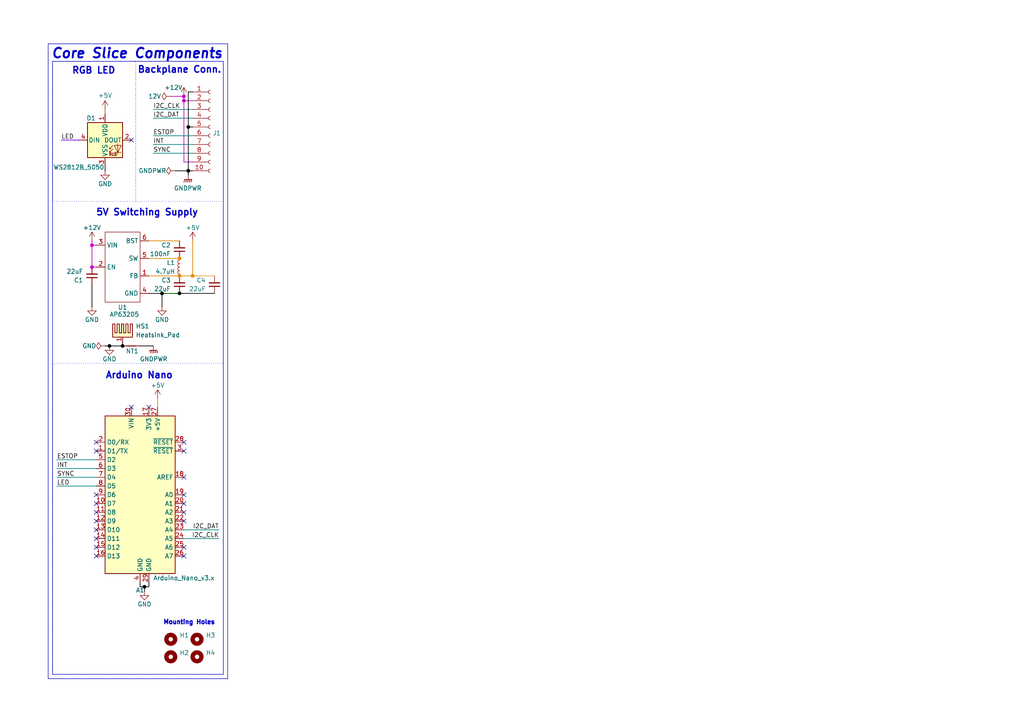
<source format=kicad_sch>
(kicad_sch (version 20250114) (generator "eeschema") (generator_version "9.0")
  (paper "A4")
  (lib_symbols
    (symbol "+12V_1" (power) (pin_numbers (hide yes)) (pin_names (offset 0) (hide yes))
      (property "Value" "+12V" (at 0 3.556 0))
      (symbol "+12V_1_0_1"
        (polyline (pts (xy -0.762 1.27) (xy 0 2.54)))
        (polyline (pts (xy 0 2.54) (xy 0.762 1.27)))
        (polyline (pts (xy 0 0) (xy 0 2.54)))
      )
      (symbol "+12V_1_1_1"
        (pin power_in line (at 0 0 90) (length 0) (name "~") (number "1"))
      )
    )
    (symbol "Connector:Conn_01x10_Female" (pin_names (offset 1.016) (hide yes))
      (property "Reference" "J" (at 0 12.7 0))
      (property "Value" "Conn_01x10_Female" (at 0 -15.24 0))
      (symbol "Conn_01x10_Female_1_1"
        (polyline (pts (xy -1.27 10.16) (xy -0.508 10.16)) (stroke (width 0.1524)))
        (polyline (pts (xy -1.27 7.62) (xy -0.508 7.62)) (stroke (width 0.1524)))
        (polyline (pts (xy -1.27 5.08) (xy -0.508 5.08)) (stroke (width 0.1524)))
        (polyline (pts (xy -1.27 2.54) (xy -0.508 2.54)) (stroke (width 0.1524)))
        (polyline (pts (xy -1.27 0) (xy -0.508 0)) (stroke (width 0.1524)))
        (polyline (pts (xy -1.27 -2.54) (xy -0.508 -2.54)) (stroke (width 0.1524)))
        (polyline (pts (xy -1.27 -5.08) (xy -0.508 -5.08)) (stroke (width 0.1524)))
        (polyline (pts (xy -1.27 -7.62) (xy -0.508 -7.62)) (stroke (width 0.1524)))
        (polyline (pts (xy -1.27 -10.16) (xy -0.508 -10.16)) (stroke (width 0.1524)))
        (polyline (pts (xy -1.27 -12.7) (xy -0.508 -12.7)) (stroke (width 0.1524)))
        (arc (start 0 9.652) (mid -0.5058 10.16) (end 0 10.668) (stroke (width 0.1524)))
        (arc (start 0 7.112) (mid -0.5058 7.62) (end 0 8.128) (stroke (width 0.1524)))
        (arc (start 0 4.572) (mid -0.5058 5.08) (end 0 5.588) (stroke (width 0.1524)))
        (arc (start 0 2.032) (mid -0.5058 2.54) (end 0 3.048) (stroke (width 0.1524)))
        (arc (start 0 -0.508) (mid -0.5058 0) (end 0 0.508) (stroke (width 0.1524)))
        (arc (start 0 -3.048) (mid -0.5058 -2.54) (end 0 -2.032) (stroke (width 0.1524)))
        (arc (start 0 -5.588) (mid -0.5058 -5.08) (end 0 -4.572) (stroke (width 0.1524)))
        (arc (start 0 -8.128) (mid -0.5058 -7.62) (end 0 -7.112) (stroke (width 0.1524)))
        (arc (start 0 -10.668) (mid -0.5058 -10.16) (end 0 -9.652) (stroke (width 0.1524)))
        (arc (start 0 -13.208) (mid -0.5058 -12.7) (end 0 -12.192) (stroke (width 0.1524)))
        (pin passive line (at -5.08 10.16 0) (length 3.81) (name "Pin_1") (number "1"))
        (pin passive line (at -5.08 7.62 0) (length 3.81) (name "Pin_2") (number "2"))
        (pin passive line (at -5.08 5.08 0) (length 3.81) (name "Pin_3") (number "3"))
        (pin passive line (at -5.08 2.54 0) (length 3.81) (name "Pin_4") (number "4"))
        (pin passive line (at -5.08 0 0) (length 3.81) (name "Pin_5") (number "5"))
        (pin passive line (at -5.08 -2.54 0) (length 3.81) (name "Pin_6") (number "6"))
        (pin passive line (at -5.08 -5.08 0) (length 3.81) (name "Pin_7") (number "7"))
        (pin passive line (at -5.08 -7.62 0) (length 3.81) (name "Pin_8") (number "8"))
        (pin passive line (at -5.08 -10.16 0) (length 3.81) (name "Pin_9") (number "9"))
        (pin passive line (at -5.08 -12.7 0) (length 3.81) (name "Pin_10") (number "10"))
      )
    )
    (symbol "Device:C_Small" (pin_numbers (hide yes)) (pin_names (offset 0.254) (hide yes))
      (property "Reference" "C" (at 0.254 1.778 0))
      (property "Value" "C_Small" (at 0.254 -2.032 0))
      (symbol "C_Small_0_1"
        (polyline (pts (xy -1.524 0.508) (xy 1.524 0.508)) (stroke (width 0.3048)))
        (polyline (pts (xy -1.524 -0.508) (xy 1.524 -0.508)) (stroke (width 0.3302)))
      )
      (symbol "C_Small_1_1"
        (pin passive line (at 0 2.54 270) (length 2.032) (name "~") (number "1"))
        (pin passive line (at 0 -2.54 90) (length 2.032) (name "~") (number "2"))
      )
    )
    (symbol "Device:L_Small" (pin_numbers (hide yes)) (pin_names (offset 0.254) (hide yes))
      (property "Reference" "L" (at 0.762 1.016 0))
      (property "Value" "L_Small" (at 0.762 -1.016 0))
      (symbol "L_Small_0_1"
        (arc (start 0 2.032) (mid 0.5058 1.524) (end 0 1.016))
        (arc (start 0 1.016) (mid 0.5058 0.508) (end 0 0))
        (arc (start 0 0) (mid 0.5058 -0.508) (end 0 -1.016))
        (arc (start 0 -1.016) (mid 0.5058 -1.524) (end 0 -2.032))
      )
      (symbol "L_Small_1_1"
        (pin passive line (at 0 2.54 270) (length 0.508) (name "~") (number "1"))
        (pin passive line (at 0 -2.54 90) (length 0.508) (name "~") (number "2"))
      )
    )
    (symbol "Device:NetTie_2" (pin_numbers (hide yes)) (pin_names (offset 0) (hide yes)) (in_bom no)
      (property "Reference" "NT" (at 0 1.27 0))
      (property "Value" "NetTie_2" (at 0 -1.27 0))
      (symbol "NetTie_2_0_1"
        (polyline (pts (xy -1.27 0) (xy 1.27 0)) (stroke (width 0.254)))
      )
      (symbol "NetTie_2_1_1"
        (pin passive line (at -2.54 0 0) (length 2.54) (name "1") (number "1"))
        (pin passive line (at 2.54 0 180) (length 2.54) (name "2") (number "2"))
      )
    )
    (symbol "MCU_Module:Arduino_Nano_v3.x"
      (property "Reference" "A" (at -10.16 23.495 0))
      (property "Value" "Arduino_Nano_v3.x" (at 5.08 -24.13 0))
      (symbol "Arduino_Nano_v3.x_0_1"
        (rectangle (start -10.16 22.86) (end 10.16 -22.86) (stroke (width 0.254)) (fill (type background)))
      )
      (symbol "Arduino_Nano_v3.x_1_1"
        (pin bidirectional line (at -12.7 15.24 0) (length 2.54) (name "D0/RX") (number "2"))
        (pin bidirectional line (at -12.7 12.7 0) (length 2.54) (name "D1/TX") (number "1"))
        (pin bidirectional line (at -12.7 10.16 0) (length 2.54) (name "D2") (number "5"))
        (pin bidirectional line (at -12.7 7.62 0) (length 2.54) (name "D3") (number "6"))
        (pin bidirectional line (at -12.7 5.08 0) (length 2.54) (name "D4") (number "7"))
        (pin bidirectional line (at -12.7 2.54 0) (length 2.54) (name "D5") (number "8"))
        (pin bidirectional line (at -12.7 0 0) (length 2.54) (name "D6") (number "9"))
        (pin bidirectional line (at -12.7 -2.54 0) (length 2.54) (name "D7") (number "10"))
        (pin bidirectional line (at -12.7 -5.08 0) (length 2.54) (name "D8") (number "11"))
        (pin bidirectional line (at -12.7 -7.62 0) (length 2.54) (name "D9") (number "12"))
        (pin bidirectional line (at -12.7 -10.16 0) (length 2.54) (name "D10") (number "13"))
        (pin bidirectional line (at -12.7 -12.7 0) (length 2.54) (name "D11") (number "14"))
        (pin bidirectional line (at -12.7 -15.24 0) (length 2.54) (name "D12") (number "15"))
        (pin bidirectional line (at -12.7 -17.78 0) (length 2.54) (name "D13") (number "16"))
        (pin power_in line (at -2.54 25.4 270) (length 2.54) (name "VIN") (number "30"))
        (pin power_in line (at 0 -25.4 90) (length 2.54) (name "GND") (number "4"))
        (pin power_out line (at 2.54 25.4 270) (length 2.54) (name "3V3") (number "17"))
        (pin power_in line (at 2.54 -25.4 90) (length 2.54) (name "GND") (number "29"))
        (pin power_out line (at 5.08 25.4 270) (length 2.54) (name "+5V") (number "27"))
        (pin input line (at 12.7 15.24 180) (length 2.54) (name "~{RESET}") (number "28"))
        (pin input line (at 12.7 12.7 180) (length 2.54) (name "~{RESET}") (number "3"))
        (pin input line (at 12.7 5.08 180) (length 2.54) (name "AREF") (number "18"))
        (pin bidirectional line (at 12.7 0 180) (length 2.54) (name "A0") (number "19"))
        (pin bidirectional line (at 12.7 -2.54 180) (length 2.54) (name "A1") (number "20"))
        (pin bidirectional line (at 12.7 -5.08 180) (length 2.54) (name "A2") (number "21"))
        (pin bidirectional line (at 12.7 -7.62 180) (length 2.54) (name "A3") (number "22"))
        (pin bidirectional line (at 12.7 -10.16 180) (length 2.54) (name "A4") (number "23"))
        (pin bidirectional line (at 12.7 -12.7 180) (length 2.54) (name "A5") (number "24"))
        (pin bidirectional line (at 12.7 -15.24 180) (length 2.54) (name "A6") (number "25"))
        (pin bidirectional line (at 12.7 -17.78 180) (length 2.54) (name "A7") (number "26"))
      )
    )
    (symbol "Mechanical:Heatsink_Pad" (pin_names (offset 0))
      (property "Reference" "HS" (at 0 5.715 0))
      (property "Value" "Heatsink_Pad" (at 0 3.81 0))
      (symbol "Heatsink_Pad_0_1"
        (polyline (pts (xy -0.3302 0) (xy -0.9652 0) (xy -0.9652 2.54) (xy -1.6002 2.54) (xy -1.6002 0) (xy -2.2352 0) (xy -2.2352 2.54) (xy -2.8702 2.54) (xy -2.8702 -1.27) (xy -0.9652 -1.27)) (stroke (width 0.254)) (fill (type background)))
        (polyline (pts (xy -0.3302 0) (xy -0.3302 2.54) (xy 0.3048 2.54) (xy 0.3048 0) (xy 0.9398 0) (xy 0.9398 2.54) (xy 1.5748 2.54) (xy 1.5748 0) (xy 2.2098 0) (xy 2.2098 2.54) (xy 2.8448 2.54) (xy 2.8448 -1.27) (xy -0.9652 -1.27)) (stroke (width 0.254)) (fill (type background)))
      )
      (symbol "Heatsink_Pad_1_1"
        (pin passive line (at 0 -2.54 90) (length 1.27) (name "~") (number "1"))
      )
    )
    (symbol "Mechanical:MountingHole" (pin_names (offset 1.016))
      (property "Reference" "H" (at 0 5.08 0))
      (property "Value" "MountingHole" (at 0 3.175 0))
      (symbol "MountingHole_0_1"
        (circle (center 0 0) (radius 1.27) (stroke (width 1.27)))
      )
    )
    (symbol "SparkFun-DiscreteSemi:AP63205"
      (property "Reference" "U" (at 0 7.62 0))
      (symbol "AP63205_0_1"
        (rectangle (start -5.08 6.35) (end 5.08 -13.97))
      )
      (symbol "AP63205_1_1"
        (pin input line (at -7.62 2.54 0) (length 2.54) (name "VIN") (number "3"))
        (pin input line (at -7.62 -3.81 0) (length 2.54) (name "EN") (number "2"))
        (pin input line (at 7.62 3.81 180) (length 2.54) (name "BST") (number "6"))
        (pin input line (at 7.62 -1.27 180) (length 2.54) (name "SW") (number "5"))
        (pin input line (at 7.62 -6.35 180) (length 2.54) (name "FB") (number "1"))
        (pin input line (at 7.62 -11.43 180) (length 2.54) (name "GND") (number "4"))
      )
    )
    (symbol "WS2812B_5050_1" (pin_names (offset 0.254))
      (property "Reference" "D" (at 5.08 5.715 0))
      (property "Value" "WS2812B_5050" (at 1.27 -5.715 0))
      (symbol "WS2812B_5050_1_0_0"
        (text "RGB" (at 2.286 -4.191 0) (effects (font (size 0.762 0.762))))
      )
      (symbol "WS2812B_5050_1_0_1"
        (polyline (pts (xy 1.27 -2.54) (xy 1.778 -2.54)))
        (polyline (pts (xy 1.27 -3.556) (xy 1.778 -3.556)))
        (polyline (pts (xy 2.286 -1.524) (xy 1.27 -2.54) (xy 1.27 -2.032)))
        (polyline (pts (xy 2.286 -2.54) (xy 1.27 -3.556) (xy 1.27 -3.048)))
        (polyline (pts (xy 3.683 -1.016) (xy 3.683 -3.556) (xy 3.683 -4.064)))
        (polyline (pts (xy 4.699 -1.524) (xy 2.667 -1.524) (xy 3.683 -3.556) (xy 4.699 -1.524)))
        (polyline (pts (xy 4.699 -3.556) (xy 2.667 -3.556)))
        (rectangle (start 5.08 5.08) (end -5.08 -5.08) (stroke (width 0.254)) (fill (type background)))
      )
      (symbol "WS2812B_5050_1_1_1"
        (pin input line (at -7.62 0 0) (length 2.54) (name "DIN") (number "4"))
        (pin power_in line (at 0 7.62 270) (length 2.54) (name "VDD") (number "1"))
        (pin power_in line (at 0 -7.62 90) (length 2.54) (name "VSS") (number "3"))
        (pin output line (at 7.62 0 180) (length 2.54) (name "DOUT") (number "2"))
      )
    )
    (symbol "power:+12V" (power) (pin_names (offset 0))
      (property "Value" "+12V" (at 0 3.556 0))
      (symbol "+12V_0_1"
        (polyline (pts (xy -0.762 1.27) (xy 0 2.54)))
        (polyline (pts (xy 0 2.54) (xy 0.762 1.27)))
        (polyline (pts (xy 0 0) (xy 0 2.54)))
      )
      (symbol "+12V_1_1"
        (pin power_in line (at 0 0 90) (length 0) (hide yes) (name "+12V") (number "1"))
      )
    )
    (symbol "power:+5V" (power) (pin_numbers (hide yes)) (pin_names (offset 0) (hide yes))
      (property "Value" "+5V" (at 0 3.556 0))
      (symbol "+5V_0_1"
        (polyline (pts (xy -0.762 1.27) (xy 0 2.54)))
        (polyline (pts (xy 0 2.54) (xy 0.762 1.27)))
        (polyline (pts (xy 0 0) (xy 0 2.54)))
      )
      (symbol "+5V_1_1"
        (pin power_in line (at 0 0 90) (length 0) (name "~") (number "1"))
      )
    )
    (symbol "power:GND" (power) (pin_numbers (hide yes)) (pin_names (offset 0) (hide yes))
      (property "Value" "GND" (at 0 -3.81 0))
      (symbol "GND_0_1"
        (polyline (pts (xy 0 0) (xy 0 -1.27) (xy 1.27 -1.27) (xy 0 -2.54) (xy -1.27 -1.27) (xy 0 -1.27)))
      )
      (symbol "GND_1_1"
        (pin power_in line (at 0 0 270) (length 0) (name "~") (number "1"))
      )
    )
    (symbol "power:GNDPWR" (power) (pin_numbers (hide yes)) (pin_names (offset 0) (hide yes))
      (property "Value" "GNDPWR" (at 0 -3.302 0))
      (symbol "GNDPWR_0_1"
        (polyline (pts (xy -1.016 -1.27) (xy -1.27 -2.032) (xy -1.27 -2.032)) (stroke (width 0.2032)))
        (polyline (pts (xy -0.508 -1.27) (xy -0.762 -2.032) (xy -0.762 -2.032)) (stroke (width 0.2032)))
        (polyline (pts (xy 0 -1.27) (xy 0 0)))
        (polyline (pts (xy 0 -1.27) (xy -0.254 -2.032) (xy -0.254 -2.032)) (stroke (width 0.2032)))
        (polyline (pts (xy 0.508 -1.27) (xy 0.254 -2.032) (xy 0.254 -2.032)) (stroke (width 0.2032)))
        (polyline (pts (xy 1.016 -1.27) (xy -1.016 -1.27) (xy -1.016 -1.27)) (stroke (width 0.2032)))
        (polyline (pts (xy 1.016 -1.27) (xy 0.762 -2.032) (xy 0.762 -2.032) (xy 0.762 -2.032)) (stroke (width 0.2032)))
      )
      (symbol "GNDPWR_1_1"
        (pin power_in line (at 0 0 270) (length 0) (name "~") (number "1"))
      )
    )
    (symbol "power:PWR_FLAG" (power) (pin_numbers (hide yes)) (pin_names (offset 0) (hide yes))
      (property "Value" "PWR_FLAG" (at 0 3.81 0))
      (symbol "PWR_FLAG_0_0"
        (pin power_out line (at 0 0 90) (length 0) (name "~") (number "1"))
      )
      (symbol "PWR_FLAG_0_1"
        (polyline (pts (xy 0 0) (xy 0 1.27) (xy -1.016 1.905) (xy 0 2.54) (xy 1.016 1.905) (xy 0 1.27)))
      )
    )
  )
  (rectangle (start 15.24 105.41) (end 64.77 195.58) (stroke (width 0) (type dot)))
  (rectangle (start 15.24 17.78) (end 39.37 58.42) (stroke (width 0) (type dot)))
  (rectangle (start 39.37 17.78) (end 64.77 58.42) (stroke (width 0) (type dot)))
  (text "5V Switching Supply" (at 42.672 61.722 0) (effects (font (size 1.905 1.905) (thickness 0.381) (bold yes))))
  (text "Pinout Details Arduino Nano:\n--------------------------------------------------------------------------------------------------------------------\nPin			| Function											| Limitations/Notes\n--------------------------------------------------------------------------------------------------------------------\nVIN			| External Supply Input								| External power source 7-12V\nGND			| Ground											| First GND pin available for circuit grounding\nRST			| Reset Input										| Active LOW\n5V			| Regulated 5V Output								| Regulated +5V power rail; supplying +5V power here bypasses the regulator (risky/advanced)\nA7-A6		| Analog Inputs (Input Only)						| 10-bit ADC; A6 & A7 are analog-only (cannot be used as digital I/O)\nA5-A4		| Analog Inputs, I2C (SDA, SCL)						| Dual-function: analog input and I2C communication; use dedicated I2C devices\nA3-A0		| Analog Inputs, Digital I/O						| 10-bit ADC resolution; can function as digital I/O when required\nAREF		| Analog Reference Voltage Input					| For using an external analog reference add a decoupling capacitor, else leave unconnected\n3.3V		| Regulated 3.3V Output								| Limited current (~50 mA max); supplying +3V3 power here bypasses the regulator (risky/advanced)\nD13			| Digital I/O, SPI SCK, Onboard LED					| SPI clock signal; onboard LED connected to D13\nD12			| Digital I/O, SPI MISO								| GPIO; SPI MISO\nD11			| Digital I/O, SPI MOSI, PWM						| GPIO; PWM available; SPI MOSI\nD10			| Digital I/O, PWM, SPI SS							| GPIO; PWM available; SPI Slave Select in master mode\nD9			| Digital I/O, PWM									| GPIO; PWM output available\nD8			| Digital I/O										| GPIO\nD7			| Digital I/O										| GPIO; AIN[1](-) of internal analog comparator\nD6			| Digital I/O, PWM									| GPIO; PWM available; AIN[0](+) of internal analog comparator\nD5			| Digital I/O, PWM									| GPIO; PWM available\nD4			| Digital I/O										| GPIO\nD3			| Digital I/O, PWM, Dedicated Hardware Interrupt	| GPIO; PWM available; supports external interrupts\nD2			| Digital I/O, Dedicated Hardware Interrupt			| GPIO; supports external interrupts\nGND			| Ground											| Second GND pin available for circuit grounding\nRST			| Reset Input										| Active LOW\nD1			| Digital I/O, Serial TX							| Shared with USB-to-serial converter; in general do not use to avoid conflicts during programming\nD0			| Digital I/O, Serial RX							| Shared with USB-to-serial converter; in general do not use to avoid conflicts during programming\n--------------------------------------------------------------------------------------------------------------------\n" (at 2.794 306.07 0) (effects (font (size 1.651 1.651)) (justify left)))
  (text "RGB LED" (at 27.178 20.574 0) (effects (font (size 1.905 1.905) (thickness 0.381) (bold yes))))
  (text "Color Scheme Legend:\n----------------------------------------------------------\ncolor		-	value		-	reference\n----------------------------------------------------------\n• Red		-	red3		-	Analog 5V Supply (e.g., for amps, ADC, references)\n• Brown		-	orange1		-	Analog Ground (sensor/amp/ADC ground)\n• Orange	-	orange3		-	Digital 5V Supply (MCU, digital circuits)\n• Black		-	black		-	Digital Ground (MCU ground)\n• Pink		-	magenta3	-	12V Source Supply (from 12V rail on backplane)\n• Blue		-	blue3		-	Clock Signals (oscillator, ADC CLKIN, SPI SCLK)\n• Green		-	green3		-	Analog Signals (amp outputs to ADC + inputs)\n• Yellow	-	yellow3		-	SPI Control (CS, SYNC/RESET, etc.)\n• Purple	-	#A020F0		-	Special/Reference/Control Signals\n• Grey		-	gray2		-	Miscellaneous/Unassigned\n• Teal		-	cyan2		-	Template/Backplane Connections\n----------------------------------------------------------" (at 2.54 236.982 0) (effects (font (size 1.905 1.905)) (justify left)))
  (text "Core Slice Components" (at 14.732 17.272 0) (effects (font (size 2.794 2.794) (thickness 0.5588) (bold yes) (italic yes)) (justify left bottom)))
  (text "Arduino Nano" (at 40.386 108.966 0) (effects (font (size 1.905 1.905) (thickness 0.381) (bold yes))))
  (text "Mounting Holes" (at 54.864 180.594 0) (effects (font (size 1.27 1.27) (thickness 0.3302) (bold yes))))
  (text "Backplane Conn." (at 52.07 20.32 0) (effects (font (size 1.905 1.905) (thickness 0.381) (bold yes))))
  (junction (at 53.34 27.94) (color 194 0 194 1))
  (junction (at 52.07 80.01) (color 221 133 0 1))
  (junction (at 52.07 85.09) (color 0 0 0 1))
  (junction (at 35.56 100.33) (color 0 0 0 1))
  (junction (at 54.61 49.53) (color 0 0 0 1))
  (junction (at 46.99 85.09) (color 0 0 0 1))
  (junction (at 55.88 80.01) (color 221 133 0 1))
  (junction (at 53.34 29.21) (color 194 0 194 1))
  (junction (at 41.91 170.18) (color 0 0 0 1))
  (junction (at 54.61 36.83) (color 0 0 0 1))
  (junction (at 52.07 74.93) (color 221 133 0 1))
  (junction (at 26.67 77.47) (color 194 0 194 1))
  (junction (at 26.67 71.12) (color 194 0 194 1))
  (junction (at 31.75 100.33) (color 0 0 0 1))
  (no_connect (at 27.94 143.51))
  (no_connect (at 27.94 153.67))
  (no_connect (at 53.34 128.27))
  (no_connect (at 53.34 151.13))
  (no_connect (at 27.94 156.21))
  (no_connect (at 53.34 138.43))
  (no_connect (at 27.94 146.05))
  (no_connect (at 27.94 130.81))
  (no_connect (at 27.94 148.59))
  (no_connect (at 27.94 151.13))
  (no_connect (at 53.34 158.75))
  (no_connect (at 27.94 158.75))
  (no_connect (at 53.34 143.51))
  (no_connect (at 27.94 128.27))
  (no_connect (at 38.1 118.11))
  (no_connect (at 43.18 118.11))
  (no_connect (at 53.34 130.81))
  (no_connect (at 38.1 40.64))
  (no_connect (at 27.94 161.29))
  (no_connect (at 53.34 161.29))
  (no_connect (at 53.34 146.05))
  (no_connect (at 53.34 148.59))
  (wire (pts (xy 35.56 100.33) (xy 31.75 100.33)) (stroke (width 0.2032) (color 0 0 0 1)))
  (polyline (pts (xy 66.04 196.85) (xy 66.04 12.7)))
  (wire (pts (xy 43.18 170.18) (xy 43.18 168.91)) (stroke (width 0.2032) (color 0 0 0 1)))
  (polyline (pts (xy 66.04 12.7) (xy 13.97 12.7)))
  (wire (pts (xy 26.67 82.55) (xy 26.67 88.9)) (stroke (width 0.2032) (color 0 0 0 1)))
  (wire (pts (xy 49.53 27.94) (xy 53.34 27.94)) (stroke (width 0.2032) (color 194 0 194 1)))
  (wire (pts (xy 41.91 170.18) (xy 43.18 170.18)) (stroke (width 0.2032) (color 0 0 0 1)))
  (wire (pts (xy 53.34 27.94) (xy 53.34 29.21)) (stroke (width 0.2032) (color 194 0 194 1)))
  (wire (pts (xy 26.67 77.47) (xy 26.67 71.12)) (stroke (width 0.2032) (color 194 0 194 1)))
  (wire (pts (xy 44.45 31.75) (xy 55.88 31.75)) (stroke (width 0.2032) (color 0 132 132 1)))
  (polyline (pts (xy 13.97 12.7) (xy 13.97 196.85)))
  (wire (pts (xy 53.34 29.21) (xy 55.88 29.21)) (stroke (width 0.2032) (color 194 0 194 1)))
  (wire (pts (xy 17.78 40.64) (xy 22.86 40.64)) (stroke (width 0.2032) (color 119 0 211 1)))
  (wire (pts (xy 43.18 69.85) (xy 52.07 69.85)) (stroke (width 0.2032) (color 221 133 0 1)))
  (polyline (pts (xy 13.97 196.85) (xy 66.04 196.85)))
  (wire (pts (xy 52.07 85.09) (xy 62.23 85.09)) (stroke (width 0.2032) (color 0 0 0 1)))
  (wire (pts (xy 44.45 34.29) (xy 55.88 34.29)) (stroke (width 0.2032) (color 0 132 132 1)))
  (wire (pts (xy 54.61 49.53) (xy 54.61 36.83)) (stroke (width 0.2032) (color 0 0 0 1)))
  (wire (pts (xy 55.88 39.37) (xy 44.45 39.37)) (stroke (width 0.2032) (color 0 132 132 1)))
  (polyline (pts (xy 64.77 17.78) (xy 15.24 17.78)))
  (wire (pts (xy 55.88 46.99) (xy 53.34 46.99)) (stroke (width 0.2032) (color 194 0 194 1)))
  (wire (pts (xy 44.45 44.45) (xy 55.88 44.45)) (stroke (width 0.2032) (color 0 132 132 1)))
  (wire (pts (xy 55.88 80.01) (xy 57.15 80.01)) (stroke (width 0.2032) (color 221 133 0 1)))
  (wire (pts (xy 16.51 138.43) (xy 27.94 138.43)) (stroke (width 0.2032) (color 0 132 132 1)))
  (wire (pts (xy 43.18 74.93) (xy 52.07 74.93)) (stroke (width 0.2032) (color 221 133 0 1)))
  (wire (pts (xy 44.45 41.91) (xy 55.88 41.91)) (stroke (width 0.2032) (color 0 132 132 1)))
  (wire (pts (xy 52.07 80.01) (xy 55.88 80.01)) (stroke (width 0.2032) (color 221 133 0 1)))
  (wire (pts (xy 55.88 69.85) (xy 55.88 80.01)) (stroke (width 0.2032) (color 221 133 0 1)))
  (wire (pts (xy 45.72 115.57) (xy 45.72 118.11)) (stroke (width 0.2032) (color 221 133 0 1)))
  (wire (pts (xy 40.64 168.91) (xy 40.64 170.18)) (stroke (width 0.2032) (color 0 0 0 1)))
  (wire (pts (xy 43.18 85.09) (xy 46.99 85.09)) (stroke (width 0.2032) (color 0 0 0 1)))
  (wire (pts (xy 26.67 77.47) (xy 27.94 77.47)) (stroke (width 0.2032) (color 194 0 194 1)))
  (wire (pts (xy 46.99 85.09) (xy 52.07 85.09)) (stroke (width 0.2032) (color 0 0 0 1)))
  (polyline (pts (xy 64.77 195.58) (xy 64.77 17.78)))
  (wire (pts (xy 54.61 26.67) (xy 55.88 26.67)) (stroke (width 0.2032) (color 0 0 0 1)))
  (wire (pts (xy 16.51 133.35) (xy 27.94 133.35)) (stroke (width 0.2032) (color 0 132 132 1)))
  (wire (pts (xy 44.45 100.33) (xy 40.64 100.33)) (stroke (width 0.2032) (color 0 0 0 1)))
  (polyline (pts (xy 15.24 195.58) (xy 64.77 195.58)))
  (wire (pts (xy 55.88 36.83) (xy 54.61 36.83)) (stroke (width 0.2032) (color 0 0 0 1)))
  (wire (pts (xy 16.51 140.97) (xy 27.94 140.97)) (stroke (width 0.2032) (color 0 132 132 1)))
  (wire (pts (xy 40.64 170.18) (xy 41.91 170.18)) (stroke (width 0.2032) (color 0 0 0 1)))
  (wire (pts (xy 41.91 170.18) (xy 41.91 171.45)) (stroke (width 0.2032) (color 0 0 0 1)))
  (wire (pts (xy 30.48 31.75) (xy 30.48 33.02)) (stroke (width 0.2032) (color 204 102 0 1)))
  (wire (pts (xy 53.34 46.99) (xy 53.34 29.21)) (stroke (width 0.2032) (color 194 0 194 1)))
  (wire (pts (xy 54.61 50.8) (xy 54.61 49.53)) (stroke (width 0.2032) (color 0 0 0 1)))
  (wire (pts (xy 50.8 49.53) (xy 54.61 49.53)) (stroke (width 0.2032) (color 0 0 0 1)))
  (wire (pts (xy 16.51 135.89) (xy 27.94 135.89)) (stroke (width 0.2032) (color 0 132 132 1)))
  (wire (pts (xy 52.07 85.09) (xy 46.99 85.09)))
  (wire (pts (xy 53.34 156.21) (xy 63.5 156.21)) (stroke (width 0.2032) (color 0 132 132 1)))
  (wire (pts (xy 35.56 99.06) (xy 35.56 100.33)) (stroke (width 0.2032) (color 0 0 0 1)))
  (wire (pts (xy 62.23 80.01) (xy 57.15 80.01)) (stroke (width 0) (color 221 133 0 1)))
  (wire (pts (xy 43.18 80.01) (xy 52.07 80.01)) (stroke (width 0.2032) (color 221 133 0 1)))
  (wire (pts (xy 54.61 36.83) (xy 54.61 26.67)) (stroke (width 0.2032) (color 0 0 0 1)))
  (wire (pts (xy 63.5 153.67) (xy 53.34 153.67)) (stroke (width 0.2032) (color 0 132 132 1)))
  (wire (pts (xy 55.88 49.53) (xy 54.61 49.53)) (stroke (width 0.2032) (color 0 0 0 1)))
  (wire (pts (xy 46.99 88.9) (xy 46.99 85.09)) (stroke (width 0.2032) (color 0 0 0 1)))
  (wire (pts (xy 31.75 100.33) (xy 30.48 100.33)) (stroke (width 0.2032) (color 0 0 0 1)))
  (wire (pts (xy 26.67 71.12) (xy 27.94 71.12)) (stroke (width 0.2032) (color 194 0 194 1)))
  (wire (pts (xy 30.48 49.53) (xy 30.48 48.26)) (stroke (width 0.2032) (color 0 0 0 1)))
  (wire (pts (xy 26.67 69.85) (xy 26.67 71.12)) (stroke (width 0.2032) (color 194 0 194 1)))
  (polyline (pts (xy 15.24 17.78) (xy 15.24 195.58)))
  (label "LED" (at 17.78 40.64 0))
  (label "LED" (at 16.51 140.97 0))
  (label "I2C_CLK" (at 44.45 31.75 0))
  (label "I2C_DAT" (at 44.45 34.29 0))
  (label "ESTOP" (at 44.45 39.37 0))
  (label "INT" (at 44.45 41.91 0))
  (label "ESTOP" (at 16.51 133.35 0))
  (label "SYNC" (at 16.51 138.43 0))
  (label "SYNC" (at 44.45 44.45 0))
  (label "I2C_DAT" (at 63.5 153.67 180))
  (label "INT" (at 16.51 135.89 0))
  (label "I2C_CLK" (at 63.5 156.21 180))
  (symbol (lib_id "Mechanical:MountingHole") (at 49.53 185.42 0) (unit 1)
    (property "Reference" "H1" (at 52.07 184.2516 0) (effects (justify left)))
    (property "Value" "MountingHole" (effects (hide yes)))
    (property "Footprint" "MountingHole:MountingHole_5mm" (effects (hide yes)))
  )
  (symbol (lib_id "Mechanical:MountingHole") (at 49.53 190.5 0) (unit 1)
    (property "Reference" "H2" (at 52.07 189.3316 0) (effects (justify left)))
    (property "Value" "MountingHole" (effects (hide yes)))
    (property "Footprint" "MountingHole:MountingHole_5mm" (effects (hide yes)))
  )
  (symbol (lib_id "Mechanical:MountingHole") (at 57.15 185.42 0) (unit 1)
    (property "Reference" "H3" (at 59.69 184.2516 0) (effects (justify left)))
    (property "Value" "MountingHole" (effects (hide yes)))
    (property "Footprint" "MountingHole:MountingHole_5mm" (effects (hide yes)))
  )
  (symbol (lib_id "Mechanical:MountingHole") (at 57.15 190.5 0) (unit 1)
    (property "Reference" "H4" (at 59.69 189.3316 0) (effects (justify left)))
    (property "Value" "MountingHole" (effects (hide yes)))
    (property "Footprint" "MountingHole:MountingHole_5mm" (effects (hide yes)))
  )
  (symbol (lib_id "MCU_Module:Arduino_Nano_v3.x") (at 40.64 143.51 0) (unit 1)
    (property "Reference" "A1" (at 40.64 171.1706 0))
    (property "Value" "Arduino_Nano_v3.x" (at 53.34 167.64 0))
    (property "Footprint" "Module:Arduino_Nano" (effects (hide yes)))
    (property "Datasheet" "http://www.mouser.com/pdfdocs/Gravitech_Arduino_Nano3_0.pdf" (effects (hide yes)))
  )
  (symbol (lib_id "Connector:Conn_01x10_Female") (at 60.96 36.83 0) (unit 1)
    (property "Reference" "J1" (at 61.6712 38.608 0) (effects (justify left)))
    (property "Value" "Conn_01x10_Female" (effects (hide yes)))
    (property "Footprint" "Connector_PinSocket_2.54mm:PinSocket_1x10_P2.54mm_Horizontal" (effects (hide yes)))
  )
  (symbol (lib_id "power:PWR_FLAG") (at 50.8 49.53 90) (unit 1)
    (property "Reference" "#FLG02" (effects (hide yes)))
    (property "Value" "GNDPWR" (at 48.26 49.53 90) (effects (justify left)))
    (property "Description" "Special symbol for telling ERC where power comes from" (effects (hide yes)))
  )
  (symbol (lib_id "Device:C_Small") (at 52.07 72.39 0) (mirror x) (unit 1)
    (property "Reference" "C2" (at 49.53 71.1136 0) (effects (justify right)))
    (property "Value" "100nF" (at 49.53 73.6536 0) (effects (justify right)))
    (property "Footprint" "Capacitor_SMD:C_1206_3216Metric" (effects (hide yes)))
  )
  (symbol (lib_id "power:+12V") (at 26.67 69.85 0) (unit 1)
    (property "Reference" "#PWR01" (effects (hide yes)))
    (property "Value" "+12V" (at 26.67 66.04 0))
  )
  (symbol (lib_id "power:PWR_FLAG") (at 49.53 27.94 90) (unit 1)
    (property "Reference" "#FLG01" (effects (hide yes)))
    (property "Value" "12V" (at 46.736 27.94 90) (effects (justify left)))
    (property "Description" "Special symbol for telling ERC where power comes from" (effects (hide yes)))
  )
  (symbol (lib_id "Device:C_Small") (at 52.07 82.55 0) (mirror x) (unit 1)
    (property "Reference" "C3" (at 49.53 81.2736 0) (effects (justify right)))
    (property "Value" "22uF" (at 49.53 83.8136 0) (effects (justify right)))
    (property "Footprint" "Capacitor_SMD:C_1206_3216Metric" (effects (hide yes)))
  )
  (symbol (lib_id "power:GND") (at 41.91 171.45 0) (unit 1)
    (property "Reference" "#PWR06" (effects (hide yes)))
    (property "Value" "GND" (at 41.91 175.26 0))
    (property "Description" "Power symbol creates a global label with name \"GND\" , ground" (effects (hide yes)))
  )
  (symbol (lib_id "SparkFun-DiscreteSemi:AP63205") (at 35.56 73.66 0) (unit 1)
    (property "Reference" "U1" (at 35.56 89.154 0))
    (property "Value" "AP63205" (at 36.068 91.186 0))
    (property "Footprint" "Package_TO_SOT_SMD:TSOT-23-6" (effects (hide yes)))
  )
  (symbol (lib_id "power:GND") (at 26.67 88.9 0) (unit 1)
    (property "Reference" "#PWR04" (effects (hide yes)))
    (property "Value" "GND" (at 26.67 92.71 0))
    (property "Description" "Power symbol creates a global label with name \"GND\" , ground" (effects (hide yes)))
  )
  (symbol (lib_id "power:+5V") (at 55.88 69.85 0) (unit 1)
    (property "Reference" "#PWR02" (effects (hide yes)))
    (property "Value" "+5V" (at 55.88 66.04 0))
    (property "Description" "Power symbol creates a global label with name \"+5V\"" (effects (hide yes)))
  )
  (symbol (lib_id "power:GNDPWR") (at 44.45 100.33 0) (mirror y) (unit 1)
    (property "Reference" "#PWR05" (effects (hide yes)))
    (property "Value" "GNDPWR" (at 44.577 104.14 0))
    (property "Description" "Power symbol creates a global label with name \"GNDPWR\" , global ground" (effects (hide yes)))
  )
  (symbol (lib_name "WS2812B_5050_1") (lib_id "SparkFun-LED:WS2812B_5050") (at 30.48 40.64 0) (unit 1)
    (property "Reference" "D1" (at 26.416 34.29 0))
    (property "Value" "WS2812B_5050" (at 22.86 48.514 0))
    (property "Footprint" "SparkFun-LED:WS2812-5050-4PIN" (effects (hide yes)))
    (property "Datasheet" "https://cdn.sparkfun.com/datasheets/BreakoutBoards/WS2812B.pdf" (effects (hide yes)))
    (property "Description" "RGB LED with integrated controller" (effects (hide yes)))
    (property "PROD_ID" "DIO-12503" (effects (hide yes)))
  )
  (symbol (lib_id "power:+5V") (at 45.72 115.57 0) (unit 1)
    (property "Reference" "#PWR012" (effects (hide yes)))
    (property "Value" "+5V" (at 45.72 111.76 0))
    (property "Description" "Power symbol creates a global label with name \"+5V\"" (effects (hide yes)))
  )
  (symbol (lib_id "power:GND") (at 30.48 49.53 0) (unit 1)
    (property "Reference" "#PWR08" (effects (hide yes)))
    (property "Value" "GND" (at 30.48 53.34 0))
    (property "Description" "Power symbol creates a global label with name \"GND\" , ground" (effects (hide yes)))
  )
  (symbol (lib_name "+12V_1") (lib_id "power:+12V") (at 53.34 27.94 0) (unit 1)
    (property "Reference" "#PWR010" (effects (hide yes)))
    (property "Value" "+12V" (at 50.292 25.4 0))
    (property "Description" "Power symbol creates a global label with name \"+12V\"" (effects (hide yes)))
  )
  (symbol (lib_id "Mechanical:Heatsink_Pad") (at 35.56 96.52 0) (unit 1)
    (property "Reference" "HS1" (at 39.37 94.6149 0) (effects (justify left)))
    (property "Value" "Heatsink_Pad" (at 39.37 97.1549 0) (effects (justify left)))
    (property "Footprint" "kml-custom:Thermal Pad" (effects (hide yes)))
    (property "Description" "Heatsink with electrical connection, 1 pin" (effects (hide yes)))
  )
  (symbol (lib_id "power:GNDPWR") (at 54.61 50.8 0) (unit 1)
    (property "Reference" "#PWR011" (effects (hide yes)))
    (property "Value" "GNDPWR" (at 54.483 54.61 0))
    (property "Description" "Power symbol creates a global label with name \"GNDPWR\" , global ground" (effects (hide yes)))
  )
  (symbol (lib_id "Device:L_Small") (at 52.07 77.47 0) (mirror y) (unit 1)
    (property "Reference" "L1" (at 50.8 76.2 0) (effects (justify left)))
    (property "Value" "4.7uH" (at 50.8 78.74 0) (effects (justify left)))
    (property "Footprint" "Inductor_SMD:L_1210_3225Metric" (effects (hide yes)))
  )
  (symbol (lib_id "power:GND") (at 46.99 88.9 0) (unit 1)
    (property "Reference" "#PWR03" (effects (hide yes)))
    (property "Value" "GND" (at 46.99 92.71 0))
    (property "Description" "Power symbol creates a global label with name \"GND\" , ground" (effects (hide yes)))
  )
  (symbol (lib_id "Device:C_Small") (at 62.23 82.55 0) (mirror x) (unit 1)
    (property "Reference" "C4" (at 59.69 81.2736 0) (effects (justify right)))
    (property "Value" "22uF" (at 59.69 83.8136 0) (effects (justify right)))
    (property "Footprint" "Capacitor_SMD:C_1206_3216Metric" (effects (hide yes)))
  )
  (symbol (lib_id "power:+5V") (at 30.48 31.75 0) (unit 1)
    (property "Reference" "#PWR09" (effects (hide yes)))
    (property "Value" "+5V" (at 30.48 27.686 0))
    (property "Description" "Power symbol creates a global label with name \"+5V\"" (effects (hide yes)))
  )
  (symbol (lib_id "power:PWR_FLAG") (at 30.48 100.33 90) (mirror x) (unit 1)
    (property "Reference" "#FLG03" (effects (hide yes)))
    (property "Value" "GND" (at 27.94 100.33 90) (effects (justify left)))
    (property "Description" "Special symbol for telling ERC where power comes from" (effects (hide yes)))
  )
  (symbol (lib_id "Device:C_Small") (at 26.67 80.01 180) (unit 1)
    (property "Reference" "C1" (at 24.13 81.2737 0) (effects (justify left)))
    (property "Value" "22uF" (at 24.13 78.7337 0) (effects (justify left)))
    (property "Footprint" "Capacitor_SMD:C_1206_3216Metric" (effects (hide yes)))
  )
  (symbol (lib_id "power:GND") (at 31.75 100.33 0) (mirror y) (unit 1)
    (property "Reference" "#PWR07" (effects (hide yes)))
    (property "Value" "GND" (at 31.75 104.14 0))
    (property "Description" "Power symbol creates a global label with name \"GND\" , ground" (effects (hide yes)))
  )
  (symbol (lib_id "Device:NetTie_2") (at 38.1 100.33 0) (unit 1) (in_bom no)
    (property "Reference" "NT1" (at 38.354 101.854 0))
    (property "Value" "NetTie_2" (effects (hide yes)))
    (property "Footprint" "NetTie:NetTie-2_SMD_Pad2.0mm" (effects (hide yes)))
    (property "Description" "Net tie, 2 pins" (effects (hide yes)))
  )
)
</source>
